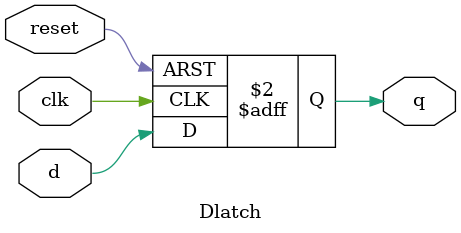
<source format=v>
`timescale 1ns / 1ps

module Dlatch(
    input d, clk, reset,
    output reg q
);
    always@(posedge clk, posedge reset)
    begin 
        if (reset)
        begin
            q <= 1'b0;
        end
        else
        begin
            q <= d;
        end
    end
endmodule
</source>
